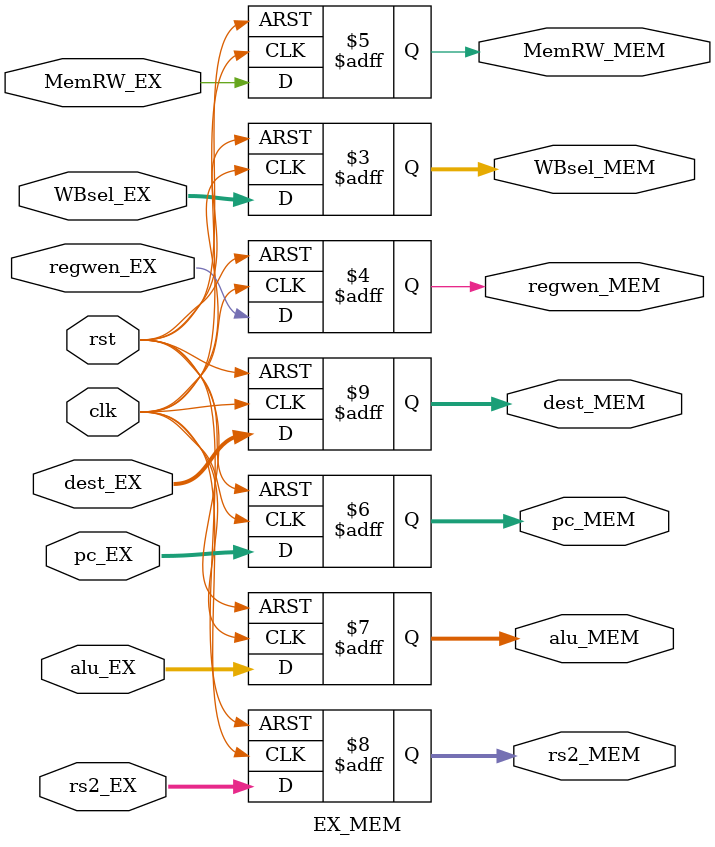
<source format=v>
`timescale 1ns / 1ps

module EX_MEM(
    input clk, rst,
    input [31:0] pc_EX, alu_EX, rs2_EX,
    input regwen_EX, MemRW_EX,
    input [1:0] WBsel_EX,
    output reg [1:0] WBsel_MEM,
    output reg regwen_MEM, MemRW_MEM,
    output reg [31:0] pc_MEM, alu_MEM, rs2_MEM,
    input [4:0] dest_EX,
    output reg [4:0] dest_MEM
    );
    always @ (posedge clk or negedge rst) begin
        if (!rst) begin
            pc_MEM <= 0;
            alu_MEM <= 0; 
            rs2_MEM <= 0; 
            WBsel_MEM <= 0;
            regwen_MEM <= 0;
            MemRW_MEM <= 0;
            dest_MEM <= 0;
        end
        else begin
            pc_MEM <= pc_EX;
            alu_MEM <= alu_EX; 
            rs2_MEM <= rs2_EX; 
            WBsel_MEM <= WBsel_EX;
            regwen_MEM <= regwen_EX;
            MemRW_MEM <= MemRW_EX;
            dest_MEM <= dest_EX;
        end
    end
endmodule

</source>
